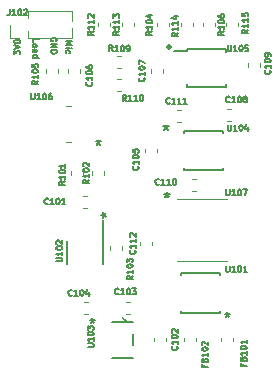
<source format=gbr>
%TF.GenerationSoftware,KiCad,Pcbnew,(5.1.6)-1*%
%TF.CreationDate,2021-06-11T10:25:49-05:00*%
%TF.ProjectId,Sapphire_AnalogMic,53617070-6869-4726-955f-416e616c6f67,rev?*%
%TF.SameCoordinates,Original*%
%TF.FileFunction,Legend,Top*%
%TF.FilePolarity,Positive*%
%FSLAX46Y46*%
G04 Gerber Fmt 4.6, Leading zero omitted, Abs format (unit mm)*
G04 Created by KiCad (PCBNEW (5.1.6)-1) date 2021-06-11 10:25:49*
%MOMM*%
%LPD*%
G01*
G04 APERTURE LIST*
%ADD10C,0.127000*%
%ADD11C,0.300000*%
%ADD12C,0.120000*%
%ADD13C,0.152400*%
%ADD14C,0.150000*%
G04 APERTURE END LIST*
D10*
X111784190Y-103099809D02*
X111784190Y-102857904D01*
X112292190Y-102857904D01*
X111784190Y-103341714D02*
X111808380Y-103293333D01*
X111832571Y-103269142D01*
X111880952Y-103244952D01*
X112026095Y-103244952D01*
X112074476Y-103269142D01*
X112098666Y-103293333D01*
X112122857Y-103341714D01*
X112122857Y-103414285D01*
X112098666Y-103462666D01*
X112074476Y-103486857D01*
X112026095Y-103511047D01*
X111880952Y-103511047D01*
X111832571Y-103486857D01*
X111808380Y-103462666D01*
X111784190Y-103414285D01*
X111784190Y-103341714D01*
X111784190Y-103946476D02*
X112050285Y-103946476D01*
X112098666Y-103922285D01*
X112122857Y-103873904D01*
X112122857Y-103777142D01*
X112098666Y-103728761D01*
X111808380Y-103946476D02*
X111784190Y-103898095D01*
X111784190Y-103777142D01*
X111808380Y-103728761D01*
X111856761Y-103704571D01*
X111905142Y-103704571D01*
X111953523Y-103728761D01*
X111977714Y-103777142D01*
X111977714Y-103898095D01*
X112001904Y-103946476D01*
X111784190Y-104406095D02*
X112292190Y-104406095D01*
X111808380Y-104406095D02*
X111784190Y-104357714D01*
X111784190Y-104260952D01*
X111808380Y-104212571D01*
X111832571Y-104188380D01*
X111880952Y-104164190D01*
X112026095Y-104164190D01*
X112074476Y-104188380D01*
X112098666Y-104212571D01*
X112122857Y-104260952D01*
X112122857Y-104357714D01*
X112098666Y-104406095D01*
X110211809Y-104133952D02*
X110211809Y-103819476D01*
X110405333Y-103988809D01*
X110405333Y-103916238D01*
X110429523Y-103867857D01*
X110453714Y-103843666D01*
X110502095Y-103819476D01*
X110623047Y-103819476D01*
X110671428Y-103843666D01*
X110695619Y-103867857D01*
X110719809Y-103916238D01*
X110719809Y-104061380D01*
X110695619Y-104109761D01*
X110671428Y-104133952D01*
X110211809Y-103674333D02*
X110719809Y-103505000D01*
X110211809Y-103335666D01*
X110211809Y-103069571D02*
X110211809Y-103021190D01*
X110236000Y-102972809D01*
X110260190Y-102948619D01*
X110308571Y-102924428D01*
X110405333Y-102900238D01*
X110526285Y-102900238D01*
X110623047Y-102924428D01*
X110671428Y-102948619D01*
X110695619Y-102972809D01*
X110719809Y-103021190D01*
X110719809Y-103069571D01*
X110695619Y-103117952D01*
X110671428Y-103142142D01*
X110623047Y-103166333D01*
X110526285Y-103190523D01*
X110405333Y-103190523D01*
X110308571Y-103166333D01*
X110260190Y-103142142D01*
X110236000Y-103117952D01*
X110211809Y-103069571D01*
X114578190Y-102997000D02*
X115086190Y-102997000D01*
X114723333Y-103166333D01*
X115086190Y-103335666D01*
X114578190Y-103335666D01*
X114578190Y-103577571D02*
X114916857Y-103577571D01*
X115086190Y-103577571D02*
X115062000Y-103553380D01*
X115037809Y-103577571D01*
X115062000Y-103601761D01*
X115086190Y-103577571D01*
X115037809Y-103577571D01*
X114602380Y-104037190D02*
X114578190Y-103988809D01*
X114578190Y-103892047D01*
X114602380Y-103843666D01*
X114626571Y-103819476D01*
X114674952Y-103795285D01*
X114820095Y-103795285D01*
X114868476Y-103819476D01*
X114892666Y-103843666D01*
X114916857Y-103892047D01*
X114916857Y-103988809D01*
X114892666Y-104037190D01*
X113792000Y-102990952D02*
X113816190Y-102942571D01*
X113816190Y-102870000D01*
X113792000Y-102797428D01*
X113743619Y-102749047D01*
X113695238Y-102724857D01*
X113598476Y-102700666D01*
X113525904Y-102700666D01*
X113429142Y-102724857D01*
X113380761Y-102749047D01*
X113332380Y-102797428D01*
X113308190Y-102870000D01*
X113308190Y-102918380D01*
X113332380Y-102990952D01*
X113356571Y-103015142D01*
X113525904Y-103015142D01*
X113525904Y-102918380D01*
X113308190Y-103232857D02*
X113816190Y-103232857D01*
X113308190Y-103523142D01*
X113816190Y-103523142D01*
X113308190Y-103765047D02*
X113816190Y-103765047D01*
X113816190Y-103886000D01*
X113792000Y-103958571D01*
X113743619Y-104006952D01*
X113695238Y-104031142D01*
X113598476Y-104055333D01*
X113525904Y-104055333D01*
X113429142Y-104031142D01*
X113380761Y-104006952D01*
X113332380Y-103958571D01*
X113308190Y-103886000D01*
X113308190Y-103765047D01*
D11*
X123317000Y-103405714D02*
X123388428Y-103477142D01*
X123317000Y-103548571D01*
X123245571Y-103477142D01*
X123317000Y-103405714D01*
X123317000Y-103548571D01*
D12*
%TO.C,J102*%
X115122000Y-102710000D02*
X115122000Y-101907530D01*
X115122000Y-101292470D02*
X115122000Y-100490000D01*
X111377000Y-102710000D02*
X115122000Y-102710000D01*
X111377000Y-100490000D02*
X115122000Y-100490000D01*
X111377000Y-102710000D02*
X111377000Y-102163471D01*
X111377000Y-101036529D02*
X111377000Y-100490000D01*
X110617000Y-102710000D02*
X109857000Y-102710000D01*
X109857000Y-102710000D02*
X109857000Y-101600000D01*
D13*
%TO.C,U101*%
X127660400Y-122656600D02*
X124307600Y-122656600D01*
X124307600Y-122656600D02*
X124307600Y-122821700D01*
X124307600Y-126009400D02*
X127660400Y-126009400D01*
X127660400Y-126009400D02*
X127660400Y-125844300D01*
X127660400Y-122821700D02*
X127660400Y-122656600D01*
X124307600Y-125844300D02*
X124307600Y-126009400D01*
D12*
%TO.C,C105*%
X121283000Y-112430779D02*
X121283000Y-112105221D01*
X122303000Y-112430779D02*
X122303000Y-112105221D01*
%TO.C,U107*%
X123990100Y-121627900D02*
X128231900Y-121627900D01*
X128231900Y-116370100D02*
X123990100Y-116370100D01*
%TO.C,C112*%
X120902000Y-120304779D02*
X120902000Y-119979221D01*
X121922000Y-120304779D02*
X121922000Y-119979221D01*
%TO.C,C110*%
X125313221Y-114679000D02*
X125638779Y-114679000D01*
X125313221Y-115699000D02*
X125638779Y-115699000D01*
%TO.C,U106*%
X114581684Y-111506000D02*
X115034316Y-111506000D01*
X115034316Y-108458000D02*
X114581684Y-108458000D01*
%TO.C,R106*%
X126236000Y-101437221D02*
X126236000Y-101762779D01*
X127256000Y-101437221D02*
X127256000Y-101762779D01*
%TO.C,R104*%
X122299000Y-101437221D02*
X122299000Y-101762779D01*
X123319000Y-101437221D02*
X123319000Y-101762779D01*
D14*
%TO.C,U105*%
X124867000Y-103658000D02*
X124867000Y-103833000D01*
X128117000Y-103658000D02*
X128117000Y-103933000D01*
X128117000Y-106908000D02*
X128117000Y-106633000D01*
X124867000Y-106908000D02*
X124867000Y-106633000D01*
X124867000Y-103658000D02*
X128117000Y-103658000D01*
X124867000Y-106908000D02*
X128117000Y-106908000D01*
X124867000Y-103833000D02*
X123792000Y-103833000D01*
D12*
%TO.C,C106*%
X115826000Y-105374221D02*
X115826000Y-105699779D01*
X114806000Y-105374221D02*
X114806000Y-105699779D01*
%TO.C,R115*%
X129161000Y-101437221D02*
X129161000Y-101762779D01*
X128141000Y-101437221D02*
X128141000Y-101762779D01*
%TO.C,R114*%
X125351000Y-101437221D02*
X125351000Y-101762779D01*
X124331000Y-101437221D02*
X124331000Y-101762779D01*
%TO.C,R113*%
X120398000Y-101437221D02*
X120398000Y-101762779D01*
X119378000Y-101437221D02*
X119378000Y-101762779D01*
%TO.C,R112*%
X117346000Y-101762779D02*
X117346000Y-101437221D01*
X118366000Y-101762779D02*
X118366000Y-101437221D01*
%TO.C,R110*%
X119288779Y-107190000D02*
X118963221Y-107190000D01*
X119288779Y-106170000D02*
X118963221Y-106170000D01*
%TO.C,R109*%
X119288779Y-105285000D02*
X118963221Y-105285000D01*
X119288779Y-104265000D02*
X118963221Y-104265000D01*
%TO.C,R105*%
X112901000Y-105699779D02*
X112901000Y-105374221D01*
X113921000Y-105699779D02*
X113921000Y-105374221D01*
%TO.C,R103*%
X118362000Y-120685779D02*
X118362000Y-120360221D01*
X119382000Y-120685779D02*
X119382000Y-120360221D01*
%TO.C,R102*%
X116838000Y-114335779D02*
X116838000Y-114010221D01*
X117858000Y-114335779D02*
X117858000Y-114010221D01*
%TO.C,R101*%
X115060000Y-114335779D02*
X115060000Y-114010221D01*
X116080000Y-114335779D02*
X116080000Y-114010221D01*
%TO.C,FB102*%
X125605000Y-128107221D02*
X125605000Y-128432779D01*
X124585000Y-128107221D02*
X124585000Y-128432779D01*
%TO.C,FB101*%
X128780000Y-128107221D02*
X128780000Y-128432779D01*
X127760000Y-128107221D02*
X127760000Y-128432779D01*
%TO.C,C111*%
X124043221Y-108837000D02*
X124368779Y-108837000D01*
X124043221Y-109857000D02*
X124368779Y-109857000D01*
%TO.C,C109*%
X130046000Y-105191779D02*
X130046000Y-104866221D01*
X131066000Y-105191779D02*
X131066000Y-104866221D01*
%TO.C,C108*%
X128559779Y-109730000D02*
X128234221Y-109730000D01*
X128559779Y-108710000D02*
X128234221Y-108710000D01*
%TO.C,C107*%
X122811000Y-105374221D02*
X122811000Y-105699779D01*
X121791000Y-105374221D02*
X121791000Y-105699779D01*
%TO.C,C104*%
X116169221Y-125093000D02*
X116494779Y-125093000D01*
X116169221Y-126113000D02*
X116494779Y-126113000D01*
%TO.C,C103*%
X119725221Y-125093000D02*
X120050779Y-125093000D01*
X119725221Y-126113000D02*
X120050779Y-126113000D01*
%TO.C,C102*%
X122045000Y-128432779D02*
X122045000Y-128107221D01*
X123065000Y-128432779D02*
X123065000Y-128107221D01*
%TO.C,C101*%
X116042221Y-116076000D02*
X116367779Y-116076000D01*
X116042221Y-117096000D02*
X116367779Y-117096000D01*
D13*
%TO.C,U104*%
X124561600Y-113944400D02*
X127914400Y-113944400D01*
X127914400Y-113944400D02*
X127914400Y-113779300D01*
X127914400Y-110591600D02*
X124561600Y-110591600D01*
X124561600Y-110591600D02*
X124561600Y-110756700D01*
X124561600Y-113779300D02*
X124561600Y-113944400D01*
X127914400Y-110756700D02*
X127914400Y-110591600D01*
%TO.C,U103*%
X118503700Y-126746000D02*
X120256300Y-126746000D01*
X120256300Y-128734861D02*
X120256300Y-127805139D01*
X118503700Y-129794000D02*
X120256300Y-129794000D01*
X119671502Y-126656950D02*
G75*
G03*
X119380000Y-126441200I-291502J-89050D01*
G01*
%TO.C,U102*%
X114655003Y-119954002D02*
X114655003Y-121854001D01*
X117754999Y-118154000D02*
X117755002Y-121854001D01*
%TO.C,J102*%
D10*
X109836857Y-100305809D02*
X109836857Y-100668666D01*
X109812666Y-100741238D01*
X109764285Y-100789619D01*
X109691714Y-100813809D01*
X109643333Y-100813809D01*
X110344857Y-100813809D02*
X110054571Y-100813809D01*
X110199714Y-100813809D02*
X110199714Y-100305809D01*
X110151333Y-100378380D01*
X110102952Y-100426761D01*
X110054571Y-100450952D01*
X110659333Y-100305809D02*
X110707714Y-100305809D01*
X110756095Y-100330000D01*
X110780285Y-100354190D01*
X110804476Y-100402571D01*
X110828666Y-100499333D01*
X110828666Y-100620285D01*
X110804476Y-100717047D01*
X110780285Y-100765428D01*
X110756095Y-100789619D01*
X110707714Y-100813809D01*
X110659333Y-100813809D01*
X110610952Y-100789619D01*
X110586761Y-100765428D01*
X110562571Y-100717047D01*
X110538380Y-100620285D01*
X110538380Y-100499333D01*
X110562571Y-100402571D01*
X110586761Y-100354190D01*
X110610952Y-100330000D01*
X110659333Y-100305809D01*
X111022190Y-100354190D02*
X111046380Y-100330000D01*
X111094761Y-100305809D01*
X111215714Y-100305809D01*
X111264095Y-100330000D01*
X111288285Y-100354190D01*
X111312476Y-100402571D01*
X111312476Y-100450952D01*
X111288285Y-100523523D01*
X110998000Y-100813809D01*
X111312476Y-100813809D01*
%TO.C,U101*%
X128161142Y-122022809D02*
X128161142Y-122434047D01*
X128185333Y-122482428D01*
X128209523Y-122506619D01*
X128257904Y-122530809D01*
X128354666Y-122530809D01*
X128403047Y-122506619D01*
X128427238Y-122482428D01*
X128451428Y-122434047D01*
X128451428Y-122022809D01*
X128959428Y-122530809D02*
X128669142Y-122530809D01*
X128814285Y-122530809D02*
X128814285Y-122022809D01*
X128765904Y-122095380D01*
X128717523Y-122143761D01*
X128669142Y-122167952D01*
X129273904Y-122022809D02*
X129322285Y-122022809D01*
X129370666Y-122047000D01*
X129394857Y-122071190D01*
X129419047Y-122119571D01*
X129443238Y-122216333D01*
X129443238Y-122337285D01*
X129419047Y-122434047D01*
X129394857Y-122482428D01*
X129370666Y-122506619D01*
X129322285Y-122530809D01*
X129273904Y-122530809D01*
X129225523Y-122506619D01*
X129201333Y-122482428D01*
X129177142Y-122434047D01*
X129152952Y-122337285D01*
X129152952Y-122216333D01*
X129177142Y-122119571D01*
X129201333Y-122071190D01*
X129225523Y-122047000D01*
X129273904Y-122022809D01*
X129927047Y-122530809D02*
X129636761Y-122530809D01*
X129781904Y-122530809D02*
X129781904Y-122022809D01*
X129733523Y-122095380D01*
X129685142Y-122143761D01*
X129636761Y-122167952D01*
D14*
X128270000Y-125944380D02*
X128270000Y-126182476D01*
X128031904Y-126087238D02*
X128270000Y-126182476D01*
X128508095Y-126087238D01*
X128127142Y-126372952D02*
X128270000Y-126182476D01*
X128412857Y-126372952D01*
X128270000Y-125944380D02*
X128270000Y-126182476D01*
X128031904Y-126087238D02*
X128270000Y-126182476D01*
X128508095Y-126087238D01*
X128127142Y-126372952D02*
X128270000Y-126182476D01*
X128412857Y-126372952D01*
%TO.C,C105*%
D10*
X120704428Y-113598476D02*
X120728619Y-113622666D01*
X120752809Y-113695238D01*
X120752809Y-113743619D01*
X120728619Y-113816190D01*
X120680238Y-113864571D01*
X120631857Y-113888761D01*
X120535095Y-113912952D01*
X120462523Y-113912952D01*
X120365761Y-113888761D01*
X120317380Y-113864571D01*
X120269000Y-113816190D01*
X120244809Y-113743619D01*
X120244809Y-113695238D01*
X120269000Y-113622666D01*
X120293190Y-113598476D01*
X120752809Y-113114666D02*
X120752809Y-113404952D01*
X120752809Y-113259809D02*
X120244809Y-113259809D01*
X120317380Y-113308190D01*
X120365761Y-113356571D01*
X120389952Y-113404952D01*
X120244809Y-112800190D02*
X120244809Y-112751809D01*
X120269000Y-112703428D01*
X120293190Y-112679238D01*
X120341571Y-112655047D01*
X120438333Y-112630857D01*
X120559285Y-112630857D01*
X120656047Y-112655047D01*
X120704428Y-112679238D01*
X120728619Y-112703428D01*
X120752809Y-112751809D01*
X120752809Y-112800190D01*
X120728619Y-112848571D01*
X120704428Y-112872761D01*
X120656047Y-112896952D01*
X120559285Y-112921142D01*
X120438333Y-112921142D01*
X120341571Y-112896952D01*
X120293190Y-112872761D01*
X120269000Y-112848571D01*
X120244809Y-112800190D01*
X120244809Y-112171238D02*
X120244809Y-112413142D01*
X120486714Y-112437333D01*
X120462523Y-112413142D01*
X120438333Y-112364761D01*
X120438333Y-112243809D01*
X120462523Y-112195428D01*
X120486714Y-112171238D01*
X120535095Y-112147047D01*
X120656047Y-112147047D01*
X120704428Y-112171238D01*
X120728619Y-112195428D01*
X120752809Y-112243809D01*
X120752809Y-112364761D01*
X120728619Y-112413142D01*
X120704428Y-112437333D01*
%TO.C,U107*%
X128161142Y-115545809D02*
X128161142Y-115957047D01*
X128185333Y-116005428D01*
X128209523Y-116029619D01*
X128257904Y-116053809D01*
X128354666Y-116053809D01*
X128403047Y-116029619D01*
X128427238Y-116005428D01*
X128451428Y-115957047D01*
X128451428Y-115545809D01*
X128959428Y-116053809D02*
X128669142Y-116053809D01*
X128814285Y-116053809D02*
X128814285Y-115545809D01*
X128765904Y-115618380D01*
X128717523Y-115666761D01*
X128669142Y-115690952D01*
X129273904Y-115545809D02*
X129322285Y-115545809D01*
X129370666Y-115570000D01*
X129394857Y-115594190D01*
X129419047Y-115642571D01*
X129443238Y-115739333D01*
X129443238Y-115860285D01*
X129419047Y-115957047D01*
X129394857Y-116005428D01*
X129370666Y-116029619D01*
X129322285Y-116053809D01*
X129273904Y-116053809D01*
X129225523Y-116029619D01*
X129201333Y-116005428D01*
X129177142Y-115957047D01*
X129152952Y-115860285D01*
X129152952Y-115739333D01*
X129177142Y-115642571D01*
X129201333Y-115594190D01*
X129225523Y-115570000D01*
X129273904Y-115545809D01*
X129612571Y-115545809D02*
X129951238Y-115545809D01*
X129733523Y-116053809D01*
D14*
X123132850Y-115784380D02*
X123132850Y-116022476D01*
X122894754Y-115927238D02*
X123132850Y-116022476D01*
X123370945Y-115927238D01*
X122989992Y-116212952D02*
X123132850Y-116022476D01*
X123275707Y-116212952D01*
X123190000Y-115784380D02*
X123190000Y-116022476D01*
X122951904Y-115927238D02*
X123190000Y-116022476D01*
X123428095Y-115927238D01*
X123047142Y-116212952D02*
X123190000Y-116022476D01*
X123332857Y-116212952D01*
%TO.C,C112*%
D10*
X120450428Y-120710476D02*
X120474619Y-120734666D01*
X120498809Y-120807238D01*
X120498809Y-120855619D01*
X120474619Y-120928190D01*
X120426238Y-120976571D01*
X120377857Y-121000761D01*
X120281095Y-121024952D01*
X120208523Y-121024952D01*
X120111761Y-121000761D01*
X120063380Y-120976571D01*
X120015000Y-120928190D01*
X119990809Y-120855619D01*
X119990809Y-120807238D01*
X120015000Y-120734666D01*
X120039190Y-120710476D01*
X120498809Y-120226666D02*
X120498809Y-120516952D01*
X120498809Y-120371809D02*
X119990809Y-120371809D01*
X120063380Y-120420190D01*
X120111761Y-120468571D01*
X120135952Y-120516952D01*
X120498809Y-119742857D02*
X120498809Y-120033142D01*
X120498809Y-119888000D02*
X119990809Y-119888000D01*
X120063380Y-119936380D01*
X120111761Y-119984761D01*
X120135952Y-120033142D01*
X120039190Y-119549333D02*
X120015000Y-119525142D01*
X119990809Y-119476761D01*
X119990809Y-119355809D01*
X120015000Y-119307428D01*
X120039190Y-119283238D01*
X120087571Y-119259047D01*
X120135952Y-119259047D01*
X120208523Y-119283238D01*
X120498809Y-119573523D01*
X120498809Y-119259047D01*
%TO.C,C110*%
X122494523Y-115116428D02*
X122470333Y-115140619D01*
X122397761Y-115164809D01*
X122349380Y-115164809D01*
X122276809Y-115140619D01*
X122228428Y-115092238D01*
X122204238Y-115043857D01*
X122180047Y-114947095D01*
X122180047Y-114874523D01*
X122204238Y-114777761D01*
X122228428Y-114729380D01*
X122276809Y-114681000D01*
X122349380Y-114656809D01*
X122397761Y-114656809D01*
X122470333Y-114681000D01*
X122494523Y-114705190D01*
X122978333Y-115164809D02*
X122688047Y-115164809D01*
X122833190Y-115164809D02*
X122833190Y-114656809D01*
X122784809Y-114729380D01*
X122736428Y-114777761D01*
X122688047Y-114801952D01*
X123462142Y-115164809D02*
X123171857Y-115164809D01*
X123317000Y-115164809D02*
X123317000Y-114656809D01*
X123268619Y-114729380D01*
X123220238Y-114777761D01*
X123171857Y-114801952D01*
X123776619Y-114656809D02*
X123825000Y-114656809D01*
X123873380Y-114681000D01*
X123897571Y-114705190D01*
X123921761Y-114753571D01*
X123945952Y-114850333D01*
X123945952Y-114971285D01*
X123921761Y-115068047D01*
X123897571Y-115116428D01*
X123873380Y-115140619D01*
X123825000Y-115164809D01*
X123776619Y-115164809D01*
X123728238Y-115140619D01*
X123704047Y-115116428D01*
X123679857Y-115068047D01*
X123655666Y-114971285D01*
X123655666Y-114850333D01*
X123679857Y-114753571D01*
X123704047Y-114705190D01*
X123728238Y-114681000D01*
X123776619Y-114656809D01*
%TO.C,U106*%
X111651142Y-107417809D02*
X111651142Y-107829047D01*
X111675333Y-107877428D01*
X111699523Y-107901619D01*
X111747904Y-107925809D01*
X111844666Y-107925809D01*
X111893047Y-107901619D01*
X111917238Y-107877428D01*
X111941428Y-107829047D01*
X111941428Y-107417809D01*
X112449428Y-107925809D02*
X112159142Y-107925809D01*
X112304285Y-107925809D02*
X112304285Y-107417809D01*
X112255904Y-107490380D01*
X112207523Y-107538761D01*
X112159142Y-107562952D01*
X112763904Y-107417809D02*
X112812285Y-107417809D01*
X112860666Y-107442000D01*
X112884857Y-107466190D01*
X112909047Y-107514571D01*
X112933238Y-107611333D01*
X112933238Y-107732285D01*
X112909047Y-107829047D01*
X112884857Y-107877428D01*
X112860666Y-107901619D01*
X112812285Y-107925809D01*
X112763904Y-107925809D01*
X112715523Y-107901619D01*
X112691333Y-107877428D01*
X112667142Y-107829047D01*
X112642952Y-107732285D01*
X112642952Y-107611333D01*
X112667142Y-107514571D01*
X112691333Y-107466190D01*
X112715523Y-107442000D01*
X112763904Y-107417809D01*
X113368666Y-107417809D02*
X113271904Y-107417809D01*
X113223523Y-107442000D01*
X113199333Y-107466190D01*
X113150952Y-107538761D01*
X113126761Y-107635523D01*
X113126761Y-107829047D01*
X113150952Y-107877428D01*
X113175142Y-107901619D01*
X113223523Y-107925809D01*
X113320285Y-107925809D01*
X113368666Y-107901619D01*
X113392857Y-107877428D01*
X113417047Y-107829047D01*
X113417047Y-107708095D01*
X113392857Y-107659714D01*
X113368666Y-107635523D01*
X113320285Y-107611333D01*
X113223523Y-107611333D01*
X113175142Y-107635523D01*
X113150952Y-107659714D01*
X113126761Y-107708095D01*
D14*
X117348000Y-111339380D02*
X117348000Y-111577476D01*
X117109904Y-111482238D02*
X117348000Y-111577476D01*
X117586095Y-111482238D01*
X117205142Y-111767952D02*
X117348000Y-111577476D01*
X117490857Y-111767952D01*
X117348000Y-111339380D02*
X117348000Y-111577476D01*
X117109904Y-111482238D02*
X117348000Y-111577476D01*
X117586095Y-111482238D01*
X117205142Y-111767952D02*
X117348000Y-111577476D01*
X117490857Y-111767952D01*
%TO.C,R106*%
D10*
X127991809Y-102168476D02*
X127749904Y-102337809D01*
X127991809Y-102458761D02*
X127483809Y-102458761D01*
X127483809Y-102265238D01*
X127508000Y-102216857D01*
X127532190Y-102192666D01*
X127580571Y-102168476D01*
X127653142Y-102168476D01*
X127701523Y-102192666D01*
X127725714Y-102216857D01*
X127749904Y-102265238D01*
X127749904Y-102458761D01*
X127991809Y-101684666D02*
X127991809Y-101974952D01*
X127991809Y-101829809D02*
X127483809Y-101829809D01*
X127556380Y-101878190D01*
X127604761Y-101926571D01*
X127628952Y-101974952D01*
X127483809Y-101370190D02*
X127483809Y-101321809D01*
X127508000Y-101273428D01*
X127532190Y-101249238D01*
X127580571Y-101225047D01*
X127677333Y-101200857D01*
X127798285Y-101200857D01*
X127895047Y-101225047D01*
X127943428Y-101249238D01*
X127967619Y-101273428D01*
X127991809Y-101321809D01*
X127991809Y-101370190D01*
X127967619Y-101418571D01*
X127943428Y-101442761D01*
X127895047Y-101466952D01*
X127798285Y-101491142D01*
X127677333Y-101491142D01*
X127580571Y-101466952D01*
X127532190Y-101442761D01*
X127508000Y-101418571D01*
X127483809Y-101370190D01*
X127483809Y-100765428D02*
X127483809Y-100862190D01*
X127508000Y-100910571D01*
X127532190Y-100934761D01*
X127604761Y-100983142D01*
X127701523Y-101007333D01*
X127895047Y-101007333D01*
X127943428Y-100983142D01*
X127967619Y-100958952D01*
X127991809Y-100910571D01*
X127991809Y-100813809D01*
X127967619Y-100765428D01*
X127943428Y-100741238D01*
X127895047Y-100717047D01*
X127774095Y-100717047D01*
X127725714Y-100741238D01*
X127701523Y-100765428D01*
X127677333Y-100813809D01*
X127677333Y-100910571D01*
X127701523Y-100958952D01*
X127725714Y-100983142D01*
X127774095Y-101007333D01*
%TO.C,R104*%
X121895809Y-102168476D02*
X121653904Y-102337809D01*
X121895809Y-102458761D02*
X121387809Y-102458761D01*
X121387809Y-102265238D01*
X121412000Y-102216857D01*
X121436190Y-102192666D01*
X121484571Y-102168476D01*
X121557142Y-102168476D01*
X121605523Y-102192666D01*
X121629714Y-102216857D01*
X121653904Y-102265238D01*
X121653904Y-102458761D01*
X121895809Y-101684666D02*
X121895809Y-101974952D01*
X121895809Y-101829809D02*
X121387809Y-101829809D01*
X121460380Y-101878190D01*
X121508761Y-101926571D01*
X121532952Y-101974952D01*
X121387809Y-101370190D02*
X121387809Y-101321809D01*
X121412000Y-101273428D01*
X121436190Y-101249238D01*
X121484571Y-101225047D01*
X121581333Y-101200857D01*
X121702285Y-101200857D01*
X121799047Y-101225047D01*
X121847428Y-101249238D01*
X121871619Y-101273428D01*
X121895809Y-101321809D01*
X121895809Y-101370190D01*
X121871619Y-101418571D01*
X121847428Y-101442761D01*
X121799047Y-101466952D01*
X121702285Y-101491142D01*
X121581333Y-101491142D01*
X121484571Y-101466952D01*
X121436190Y-101442761D01*
X121412000Y-101418571D01*
X121387809Y-101370190D01*
X121557142Y-100765428D02*
X121895809Y-100765428D01*
X121363619Y-100886380D02*
X121726476Y-101007333D01*
X121726476Y-100692857D01*
%TO.C,U105*%
X128288142Y-103353809D02*
X128288142Y-103765047D01*
X128312333Y-103813428D01*
X128336523Y-103837619D01*
X128384904Y-103861809D01*
X128481666Y-103861809D01*
X128530047Y-103837619D01*
X128554238Y-103813428D01*
X128578428Y-103765047D01*
X128578428Y-103353809D01*
X129086428Y-103861809D02*
X128796142Y-103861809D01*
X128941285Y-103861809D02*
X128941285Y-103353809D01*
X128892904Y-103426380D01*
X128844523Y-103474761D01*
X128796142Y-103498952D01*
X129400904Y-103353809D02*
X129449285Y-103353809D01*
X129497666Y-103378000D01*
X129521857Y-103402190D01*
X129546047Y-103450571D01*
X129570238Y-103547333D01*
X129570238Y-103668285D01*
X129546047Y-103765047D01*
X129521857Y-103813428D01*
X129497666Y-103837619D01*
X129449285Y-103861809D01*
X129400904Y-103861809D01*
X129352523Y-103837619D01*
X129328333Y-103813428D01*
X129304142Y-103765047D01*
X129279952Y-103668285D01*
X129279952Y-103547333D01*
X129304142Y-103450571D01*
X129328333Y-103402190D01*
X129352523Y-103378000D01*
X129400904Y-103353809D01*
X130029857Y-103353809D02*
X129787952Y-103353809D01*
X129763761Y-103595714D01*
X129787952Y-103571523D01*
X129836333Y-103547333D01*
X129957285Y-103547333D01*
X130005666Y-103571523D01*
X130029857Y-103595714D01*
X130054047Y-103644095D01*
X130054047Y-103765047D01*
X130029857Y-103813428D01*
X130005666Y-103837619D01*
X129957285Y-103861809D01*
X129836333Y-103861809D01*
X129787952Y-103837619D01*
X129763761Y-103813428D01*
%TO.C,C106*%
X116767428Y-106486476D02*
X116791619Y-106510666D01*
X116815809Y-106583238D01*
X116815809Y-106631619D01*
X116791619Y-106704190D01*
X116743238Y-106752571D01*
X116694857Y-106776761D01*
X116598095Y-106800952D01*
X116525523Y-106800952D01*
X116428761Y-106776761D01*
X116380380Y-106752571D01*
X116332000Y-106704190D01*
X116307809Y-106631619D01*
X116307809Y-106583238D01*
X116332000Y-106510666D01*
X116356190Y-106486476D01*
X116815809Y-106002666D02*
X116815809Y-106292952D01*
X116815809Y-106147809D02*
X116307809Y-106147809D01*
X116380380Y-106196190D01*
X116428761Y-106244571D01*
X116452952Y-106292952D01*
X116307809Y-105688190D02*
X116307809Y-105639809D01*
X116332000Y-105591428D01*
X116356190Y-105567238D01*
X116404571Y-105543047D01*
X116501333Y-105518857D01*
X116622285Y-105518857D01*
X116719047Y-105543047D01*
X116767428Y-105567238D01*
X116791619Y-105591428D01*
X116815809Y-105639809D01*
X116815809Y-105688190D01*
X116791619Y-105736571D01*
X116767428Y-105760761D01*
X116719047Y-105784952D01*
X116622285Y-105809142D01*
X116501333Y-105809142D01*
X116404571Y-105784952D01*
X116356190Y-105760761D01*
X116332000Y-105736571D01*
X116307809Y-105688190D01*
X116307809Y-105083428D02*
X116307809Y-105180190D01*
X116332000Y-105228571D01*
X116356190Y-105252761D01*
X116428761Y-105301142D01*
X116525523Y-105325333D01*
X116719047Y-105325333D01*
X116767428Y-105301142D01*
X116791619Y-105276952D01*
X116815809Y-105228571D01*
X116815809Y-105131809D01*
X116791619Y-105083428D01*
X116767428Y-105059238D01*
X116719047Y-105035047D01*
X116598095Y-105035047D01*
X116549714Y-105059238D01*
X116525523Y-105083428D01*
X116501333Y-105131809D01*
X116501333Y-105228571D01*
X116525523Y-105276952D01*
X116549714Y-105301142D01*
X116598095Y-105325333D01*
%TO.C,R115*%
X130023809Y-102041476D02*
X129781904Y-102210809D01*
X130023809Y-102331761D02*
X129515809Y-102331761D01*
X129515809Y-102138238D01*
X129540000Y-102089857D01*
X129564190Y-102065666D01*
X129612571Y-102041476D01*
X129685142Y-102041476D01*
X129733523Y-102065666D01*
X129757714Y-102089857D01*
X129781904Y-102138238D01*
X129781904Y-102331761D01*
X130023809Y-101557666D02*
X130023809Y-101847952D01*
X130023809Y-101702809D02*
X129515809Y-101702809D01*
X129588380Y-101751190D01*
X129636761Y-101799571D01*
X129660952Y-101847952D01*
X130023809Y-101073857D02*
X130023809Y-101364142D01*
X130023809Y-101219000D02*
X129515809Y-101219000D01*
X129588380Y-101267380D01*
X129636761Y-101315761D01*
X129660952Y-101364142D01*
X129515809Y-100614238D02*
X129515809Y-100856142D01*
X129757714Y-100880333D01*
X129733523Y-100856142D01*
X129709333Y-100807761D01*
X129709333Y-100686809D01*
X129733523Y-100638428D01*
X129757714Y-100614238D01*
X129806095Y-100590047D01*
X129927047Y-100590047D01*
X129975428Y-100614238D01*
X129999619Y-100638428D01*
X130023809Y-100686809D01*
X130023809Y-100807761D01*
X129999619Y-100856142D01*
X129975428Y-100880333D01*
%TO.C,R114*%
X124054809Y-102295476D02*
X123812904Y-102464809D01*
X124054809Y-102585761D02*
X123546809Y-102585761D01*
X123546809Y-102392238D01*
X123571000Y-102343857D01*
X123595190Y-102319666D01*
X123643571Y-102295476D01*
X123716142Y-102295476D01*
X123764523Y-102319666D01*
X123788714Y-102343857D01*
X123812904Y-102392238D01*
X123812904Y-102585761D01*
X124054809Y-101811666D02*
X124054809Y-102101952D01*
X124054809Y-101956809D02*
X123546809Y-101956809D01*
X123619380Y-102005190D01*
X123667761Y-102053571D01*
X123691952Y-102101952D01*
X124054809Y-101327857D02*
X124054809Y-101618142D01*
X124054809Y-101473000D02*
X123546809Y-101473000D01*
X123619380Y-101521380D01*
X123667761Y-101569761D01*
X123691952Y-101618142D01*
X123716142Y-100892428D02*
X124054809Y-100892428D01*
X123522619Y-101013380D02*
X123885476Y-101134333D01*
X123885476Y-100819857D01*
%TO.C,R113*%
X119101809Y-102168476D02*
X118859904Y-102337809D01*
X119101809Y-102458761D02*
X118593809Y-102458761D01*
X118593809Y-102265238D01*
X118618000Y-102216857D01*
X118642190Y-102192666D01*
X118690571Y-102168476D01*
X118763142Y-102168476D01*
X118811523Y-102192666D01*
X118835714Y-102216857D01*
X118859904Y-102265238D01*
X118859904Y-102458761D01*
X119101809Y-101684666D02*
X119101809Y-101974952D01*
X119101809Y-101829809D02*
X118593809Y-101829809D01*
X118666380Y-101878190D01*
X118714761Y-101926571D01*
X118738952Y-101974952D01*
X119101809Y-101200857D02*
X119101809Y-101491142D01*
X119101809Y-101346000D02*
X118593809Y-101346000D01*
X118666380Y-101394380D01*
X118714761Y-101442761D01*
X118738952Y-101491142D01*
X118593809Y-101031523D02*
X118593809Y-100717047D01*
X118787333Y-100886380D01*
X118787333Y-100813809D01*
X118811523Y-100765428D01*
X118835714Y-100741238D01*
X118884095Y-100717047D01*
X119005047Y-100717047D01*
X119053428Y-100741238D01*
X119077619Y-100765428D01*
X119101809Y-100813809D01*
X119101809Y-100958952D01*
X119077619Y-101007333D01*
X119053428Y-101031523D01*
%TO.C,R112*%
X116942809Y-102168476D02*
X116700904Y-102337809D01*
X116942809Y-102458761D02*
X116434809Y-102458761D01*
X116434809Y-102265238D01*
X116459000Y-102216857D01*
X116483190Y-102192666D01*
X116531571Y-102168476D01*
X116604142Y-102168476D01*
X116652523Y-102192666D01*
X116676714Y-102216857D01*
X116700904Y-102265238D01*
X116700904Y-102458761D01*
X116942809Y-101684666D02*
X116942809Y-101974952D01*
X116942809Y-101829809D02*
X116434809Y-101829809D01*
X116507380Y-101878190D01*
X116555761Y-101926571D01*
X116579952Y-101974952D01*
X116942809Y-101200857D02*
X116942809Y-101491142D01*
X116942809Y-101346000D02*
X116434809Y-101346000D01*
X116507380Y-101394380D01*
X116555761Y-101442761D01*
X116579952Y-101491142D01*
X116483190Y-101007333D02*
X116459000Y-100983142D01*
X116434809Y-100934761D01*
X116434809Y-100813809D01*
X116459000Y-100765428D01*
X116483190Y-100741238D01*
X116531571Y-100717047D01*
X116579952Y-100717047D01*
X116652523Y-100741238D01*
X116942809Y-101031523D01*
X116942809Y-100717047D01*
%TO.C,R110*%
X119700523Y-108052809D02*
X119531190Y-107810904D01*
X119410238Y-108052809D02*
X119410238Y-107544809D01*
X119603761Y-107544809D01*
X119652142Y-107569000D01*
X119676333Y-107593190D01*
X119700523Y-107641571D01*
X119700523Y-107714142D01*
X119676333Y-107762523D01*
X119652142Y-107786714D01*
X119603761Y-107810904D01*
X119410238Y-107810904D01*
X120184333Y-108052809D02*
X119894047Y-108052809D01*
X120039190Y-108052809D02*
X120039190Y-107544809D01*
X119990809Y-107617380D01*
X119942428Y-107665761D01*
X119894047Y-107689952D01*
X120668142Y-108052809D02*
X120377857Y-108052809D01*
X120523000Y-108052809D02*
X120523000Y-107544809D01*
X120474619Y-107617380D01*
X120426238Y-107665761D01*
X120377857Y-107689952D01*
X120982619Y-107544809D02*
X121031000Y-107544809D01*
X121079380Y-107569000D01*
X121103571Y-107593190D01*
X121127761Y-107641571D01*
X121151952Y-107738333D01*
X121151952Y-107859285D01*
X121127761Y-107956047D01*
X121103571Y-108004428D01*
X121079380Y-108028619D01*
X121031000Y-108052809D01*
X120982619Y-108052809D01*
X120934238Y-108028619D01*
X120910047Y-108004428D01*
X120885857Y-107956047D01*
X120861666Y-107859285D01*
X120861666Y-107738333D01*
X120885857Y-107641571D01*
X120910047Y-107593190D01*
X120934238Y-107569000D01*
X120982619Y-107544809D01*
%TO.C,R109*%
X118557523Y-103861809D02*
X118388190Y-103619904D01*
X118267238Y-103861809D02*
X118267238Y-103353809D01*
X118460761Y-103353809D01*
X118509142Y-103378000D01*
X118533333Y-103402190D01*
X118557523Y-103450571D01*
X118557523Y-103523142D01*
X118533333Y-103571523D01*
X118509142Y-103595714D01*
X118460761Y-103619904D01*
X118267238Y-103619904D01*
X119041333Y-103861809D02*
X118751047Y-103861809D01*
X118896190Y-103861809D02*
X118896190Y-103353809D01*
X118847809Y-103426380D01*
X118799428Y-103474761D01*
X118751047Y-103498952D01*
X119355809Y-103353809D02*
X119404190Y-103353809D01*
X119452571Y-103378000D01*
X119476761Y-103402190D01*
X119500952Y-103450571D01*
X119525142Y-103547333D01*
X119525142Y-103668285D01*
X119500952Y-103765047D01*
X119476761Y-103813428D01*
X119452571Y-103837619D01*
X119404190Y-103861809D01*
X119355809Y-103861809D01*
X119307428Y-103837619D01*
X119283238Y-103813428D01*
X119259047Y-103765047D01*
X119234857Y-103668285D01*
X119234857Y-103547333D01*
X119259047Y-103450571D01*
X119283238Y-103402190D01*
X119307428Y-103378000D01*
X119355809Y-103353809D01*
X119767047Y-103861809D02*
X119863809Y-103861809D01*
X119912190Y-103837619D01*
X119936380Y-103813428D01*
X119984761Y-103740857D01*
X120008952Y-103644095D01*
X120008952Y-103450571D01*
X119984761Y-103402190D01*
X119960571Y-103378000D01*
X119912190Y-103353809D01*
X119815428Y-103353809D01*
X119767047Y-103378000D01*
X119742857Y-103402190D01*
X119718666Y-103450571D01*
X119718666Y-103571523D01*
X119742857Y-103619904D01*
X119767047Y-103644095D01*
X119815428Y-103668285D01*
X119912190Y-103668285D01*
X119960571Y-103644095D01*
X119984761Y-103619904D01*
X120008952Y-103571523D01*
%TO.C,R105*%
X112243809Y-106359476D02*
X112001904Y-106528809D01*
X112243809Y-106649761D02*
X111735809Y-106649761D01*
X111735809Y-106456238D01*
X111760000Y-106407857D01*
X111784190Y-106383666D01*
X111832571Y-106359476D01*
X111905142Y-106359476D01*
X111953523Y-106383666D01*
X111977714Y-106407857D01*
X112001904Y-106456238D01*
X112001904Y-106649761D01*
X112243809Y-105875666D02*
X112243809Y-106165952D01*
X112243809Y-106020809D02*
X111735809Y-106020809D01*
X111808380Y-106069190D01*
X111856761Y-106117571D01*
X111880952Y-106165952D01*
X111735809Y-105561190D02*
X111735809Y-105512809D01*
X111760000Y-105464428D01*
X111784190Y-105440238D01*
X111832571Y-105416047D01*
X111929333Y-105391857D01*
X112050285Y-105391857D01*
X112147047Y-105416047D01*
X112195428Y-105440238D01*
X112219619Y-105464428D01*
X112243809Y-105512809D01*
X112243809Y-105561190D01*
X112219619Y-105609571D01*
X112195428Y-105633761D01*
X112147047Y-105657952D01*
X112050285Y-105682142D01*
X111929333Y-105682142D01*
X111832571Y-105657952D01*
X111784190Y-105633761D01*
X111760000Y-105609571D01*
X111735809Y-105561190D01*
X111735809Y-104932238D02*
X111735809Y-105174142D01*
X111977714Y-105198333D01*
X111953523Y-105174142D01*
X111929333Y-105125761D01*
X111929333Y-105004809D01*
X111953523Y-104956428D01*
X111977714Y-104932238D01*
X112026095Y-104908047D01*
X112147047Y-104908047D01*
X112195428Y-104932238D01*
X112219619Y-104956428D01*
X112243809Y-105004809D01*
X112243809Y-105125761D01*
X112219619Y-105174142D01*
X112195428Y-105198333D01*
%TO.C,R103*%
X120244809Y-122869476D02*
X120002904Y-123038809D01*
X120244809Y-123159761D02*
X119736809Y-123159761D01*
X119736809Y-122966238D01*
X119761000Y-122917857D01*
X119785190Y-122893666D01*
X119833571Y-122869476D01*
X119906142Y-122869476D01*
X119954523Y-122893666D01*
X119978714Y-122917857D01*
X120002904Y-122966238D01*
X120002904Y-123159761D01*
X120244809Y-122385666D02*
X120244809Y-122675952D01*
X120244809Y-122530809D02*
X119736809Y-122530809D01*
X119809380Y-122579190D01*
X119857761Y-122627571D01*
X119881952Y-122675952D01*
X119736809Y-122071190D02*
X119736809Y-122022809D01*
X119761000Y-121974428D01*
X119785190Y-121950238D01*
X119833571Y-121926047D01*
X119930333Y-121901857D01*
X120051285Y-121901857D01*
X120148047Y-121926047D01*
X120196428Y-121950238D01*
X120220619Y-121974428D01*
X120244809Y-122022809D01*
X120244809Y-122071190D01*
X120220619Y-122119571D01*
X120196428Y-122143761D01*
X120148047Y-122167952D01*
X120051285Y-122192142D01*
X119930333Y-122192142D01*
X119833571Y-122167952D01*
X119785190Y-122143761D01*
X119761000Y-122119571D01*
X119736809Y-122071190D01*
X119736809Y-121732523D02*
X119736809Y-121418047D01*
X119930333Y-121587380D01*
X119930333Y-121514809D01*
X119954523Y-121466428D01*
X119978714Y-121442238D01*
X120027095Y-121418047D01*
X120148047Y-121418047D01*
X120196428Y-121442238D01*
X120220619Y-121466428D01*
X120244809Y-121514809D01*
X120244809Y-121659952D01*
X120220619Y-121708333D01*
X120196428Y-121732523D01*
%TO.C,R102*%
X116561809Y-114741476D02*
X116319904Y-114910809D01*
X116561809Y-115031761D02*
X116053809Y-115031761D01*
X116053809Y-114838238D01*
X116078000Y-114789857D01*
X116102190Y-114765666D01*
X116150571Y-114741476D01*
X116223142Y-114741476D01*
X116271523Y-114765666D01*
X116295714Y-114789857D01*
X116319904Y-114838238D01*
X116319904Y-115031761D01*
X116561809Y-114257666D02*
X116561809Y-114547952D01*
X116561809Y-114402809D02*
X116053809Y-114402809D01*
X116126380Y-114451190D01*
X116174761Y-114499571D01*
X116198952Y-114547952D01*
X116053809Y-113943190D02*
X116053809Y-113894809D01*
X116078000Y-113846428D01*
X116102190Y-113822238D01*
X116150571Y-113798047D01*
X116247333Y-113773857D01*
X116368285Y-113773857D01*
X116465047Y-113798047D01*
X116513428Y-113822238D01*
X116537619Y-113846428D01*
X116561809Y-113894809D01*
X116561809Y-113943190D01*
X116537619Y-113991571D01*
X116513428Y-114015761D01*
X116465047Y-114039952D01*
X116368285Y-114064142D01*
X116247333Y-114064142D01*
X116150571Y-114039952D01*
X116102190Y-114015761D01*
X116078000Y-113991571D01*
X116053809Y-113943190D01*
X116102190Y-113580333D02*
X116078000Y-113556142D01*
X116053809Y-113507761D01*
X116053809Y-113386809D01*
X116078000Y-113338428D01*
X116102190Y-113314238D01*
X116150571Y-113290047D01*
X116198952Y-113290047D01*
X116271523Y-113314238D01*
X116561809Y-113604523D01*
X116561809Y-113290047D01*
%TO.C,R101*%
X114529809Y-114868476D02*
X114287904Y-115037809D01*
X114529809Y-115158761D02*
X114021809Y-115158761D01*
X114021809Y-114965238D01*
X114046000Y-114916857D01*
X114070190Y-114892666D01*
X114118571Y-114868476D01*
X114191142Y-114868476D01*
X114239523Y-114892666D01*
X114263714Y-114916857D01*
X114287904Y-114965238D01*
X114287904Y-115158761D01*
X114529809Y-114384666D02*
X114529809Y-114674952D01*
X114529809Y-114529809D02*
X114021809Y-114529809D01*
X114094380Y-114578190D01*
X114142761Y-114626571D01*
X114166952Y-114674952D01*
X114021809Y-114070190D02*
X114021809Y-114021809D01*
X114046000Y-113973428D01*
X114070190Y-113949238D01*
X114118571Y-113925047D01*
X114215333Y-113900857D01*
X114336285Y-113900857D01*
X114433047Y-113925047D01*
X114481428Y-113949238D01*
X114505619Y-113973428D01*
X114529809Y-114021809D01*
X114529809Y-114070190D01*
X114505619Y-114118571D01*
X114481428Y-114142761D01*
X114433047Y-114166952D01*
X114336285Y-114191142D01*
X114215333Y-114191142D01*
X114118571Y-114166952D01*
X114070190Y-114142761D01*
X114046000Y-114118571D01*
X114021809Y-114070190D01*
X114529809Y-113417047D02*
X114529809Y-113707333D01*
X114529809Y-113562190D02*
X114021809Y-113562190D01*
X114094380Y-113610571D01*
X114142761Y-113658952D01*
X114166952Y-113707333D01*
%TO.C,FB102*%
X126328714Y-130447142D02*
X126328714Y-130616476D01*
X126594809Y-130616476D02*
X126086809Y-130616476D01*
X126086809Y-130374571D01*
X126328714Y-130011714D02*
X126352904Y-129939142D01*
X126377095Y-129914952D01*
X126425476Y-129890761D01*
X126498047Y-129890761D01*
X126546428Y-129914952D01*
X126570619Y-129939142D01*
X126594809Y-129987523D01*
X126594809Y-130181047D01*
X126086809Y-130181047D01*
X126086809Y-130011714D01*
X126111000Y-129963333D01*
X126135190Y-129939142D01*
X126183571Y-129914952D01*
X126231952Y-129914952D01*
X126280333Y-129939142D01*
X126304523Y-129963333D01*
X126328714Y-130011714D01*
X126328714Y-130181047D01*
X126594809Y-129406952D02*
X126594809Y-129697238D01*
X126594809Y-129552095D02*
X126086809Y-129552095D01*
X126159380Y-129600476D01*
X126207761Y-129648857D01*
X126231952Y-129697238D01*
X126086809Y-129092476D02*
X126086809Y-129044095D01*
X126111000Y-128995714D01*
X126135190Y-128971523D01*
X126183571Y-128947333D01*
X126280333Y-128923142D01*
X126401285Y-128923142D01*
X126498047Y-128947333D01*
X126546428Y-128971523D01*
X126570619Y-128995714D01*
X126594809Y-129044095D01*
X126594809Y-129092476D01*
X126570619Y-129140857D01*
X126546428Y-129165047D01*
X126498047Y-129189238D01*
X126401285Y-129213428D01*
X126280333Y-129213428D01*
X126183571Y-129189238D01*
X126135190Y-129165047D01*
X126111000Y-129140857D01*
X126086809Y-129092476D01*
X126135190Y-128729619D02*
X126111000Y-128705428D01*
X126086809Y-128657047D01*
X126086809Y-128536095D01*
X126111000Y-128487714D01*
X126135190Y-128463523D01*
X126183571Y-128439333D01*
X126231952Y-128439333D01*
X126304523Y-128463523D01*
X126594809Y-128753809D01*
X126594809Y-128439333D01*
%TO.C,FB101*%
X129630714Y-130320142D02*
X129630714Y-130489476D01*
X129896809Y-130489476D02*
X129388809Y-130489476D01*
X129388809Y-130247571D01*
X129630714Y-129884714D02*
X129654904Y-129812142D01*
X129679095Y-129787952D01*
X129727476Y-129763761D01*
X129800047Y-129763761D01*
X129848428Y-129787952D01*
X129872619Y-129812142D01*
X129896809Y-129860523D01*
X129896809Y-130054047D01*
X129388809Y-130054047D01*
X129388809Y-129884714D01*
X129413000Y-129836333D01*
X129437190Y-129812142D01*
X129485571Y-129787952D01*
X129533952Y-129787952D01*
X129582333Y-129812142D01*
X129606523Y-129836333D01*
X129630714Y-129884714D01*
X129630714Y-130054047D01*
X129896809Y-129279952D02*
X129896809Y-129570238D01*
X129896809Y-129425095D02*
X129388809Y-129425095D01*
X129461380Y-129473476D01*
X129509761Y-129521857D01*
X129533952Y-129570238D01*
X129388809Y-128965476D02*
X129388809Y-128917095D01*
X129413000Y-128868714D01*
X129437190Y-128844523D01*
X129485571Y-128820333D01*
X129582333Y-128796142D01*
X129703285Y-128796142D01*
X129800047Y-128820333D01*
X129848428Y-128844523D01*
X129872619Y-128868714D01*
X129896809Y-128917095D01*
X129896809Y-128965476D01*
X129872619Y-129013857D01*
X129848428Y-129038047D01*
X129800047Y-129062238D01*
X129703285Y-129086428D01*
X129582333Y-129086428D01*
X129485571Y-129062238D01*
X129437190Y-129038047D01*
X129413000Y-129013857D01*
X129388809Y-128965476D01*
X129896809Y-128312333D02*
X129896809Y-128602619D01*
X129896809Y-128457476D02*
X129388809Y-128457476D01*
X129461380Y-128505857D01*
X129509761Y-128554238D01*
X129533952Y-128602619D01*
%TO.C,C111*%
X123383523Y-108258428D02*
X123359333Y-108282619D01*
X123286761Y-108306809D01*
X123238380Y-108306809D01*
X123165809Y-108282619D01*
X123117428Y-108234238D01*
X123093238Y-108185857D01*
X123069047Y-108089095D01*
X123069047Y-108016523D01*
X123093238Y-107919761D01*
X123117428Y-107871380D01*
X123165809Y-107823000D01*
X123238380Y-107798809D01*
X123286761Y-107798809D01*
X123359333Y-107823000D01*
X123383523Y-107847190D01*
X123867333Y-108306809D02*
X123577047Y-108306809D01*
X123722190Y-108306809D02*
X123722190Y-107798809D01*
X123673809Y-107871380D01*
X123625428Y-107919761D01*
X123577047Y-107943952D01*
X124351142Y-108306809D02*
X124060857Y-108306809D01*
X124206000Y-108306809D02*
X124206000Y-107798809D01*
X124157619Y-107871380D01*
X124109238Y-107919761D01*
X124060857Y-107943952D01*
X124834952Y-108306809D02*
X124544666Y-108306809D01*
X124689809Y-108306809D02*
X124689809Y-107798809D01*
X124641428Y-107871380D01*
X124593047Y-107919761D01*
X124544666Y-107943952D01*
%TO.C,C109*%
X131880428Y-105470476D02*
X131904619Y-105494666D01*
X131928809Y-105567238D01*
X131928809Y-105615619D01*
X131904619Y-105688190D01*
X131856238Y-105736571D01*
X131807857Y-105760761D01*
X131711095Y-105784952D01*
X131638523Y-105784952D01*
X131541761Y-105760761D01*
X131493380Y-105736571D01*
X131445000Y-105688190D01*
X131420809Y-105615619D01*
X131420809Y-105567238D01*
X131445000Y-105494666D01*
X131469190Y-105470476D01*
X131928809Y-104986666D02*
X131928809Y-105276952D01*
X131928809Y-105131809D02*
X131420809Y-105131809D01*
X131493380Y-105180190D01*
X131541761Y-105228571D01*
X131565952Y-105276952D01*
X131420809Y-104672190D02*
X131420809Y-104623809D01*
X131445000Y-104575428D01*
X131469190Y-104551238D01*
X131517571Y-104527047D01*
X131614333Y-104502857D01*
X131735285Y-104502857D01*
X131832047Y-104527047D01*
X131880428Y-104551238D01*
X131904619Y-104575428D01*
X131928809Y-104623809D01*
X131928809Y-104672190D01*
X131904619Y-104720571D01*
X131880428Y-104744761D01*
X131832047Y-104768952D01*
X131735285Y-104793142D01*
X131614333Y-104793142D01*
X131517571Y-104768952D01*
X131469190Y-104744761D01*
X131445000Y-104720571D01*
X131420809Y-104672190D01*
X131928809Y-104260952D02*
X131928809Y-104164190D01*
X131904619Y-104115809D01*
X131880428Y-104091619D01*
X131807857Y-104043238D01*
X131711095Y-104019047D01*
X131517571Y-104019047D01*
X131469190Y-104043238D01*
X131445000Y-104067428D01*
X131420809Y-104115809D01*
X131420809Y-104212571D01*
X131445000Y-104260952D01*
X131469190Y-104285142D01*
X131517571Y-104309333D01*
X131638523Y-104309333D01*
X131686904Y-104285142D01*
X131711095Y-104260952D01*
X131735285Y-104212571D01*
X131735285Y-104115809D01*
X131711095Y-104067428D01*
X131686904Y-104043238D01*
X131638523Y-104019047D01*
%TO.C,C108*%
X128463523Y-108131428D02*
X128439333Y-108155619D01*
X128366761Y-108179809D01*
X128318380Y-108179809D01*
X128245809Y-108155619D01*
X128197428Y-108107238D01*
X128173238Y-108058857D01*
X128149047Y-107962095D01*
X128149047Y-107889523D01*
X128173238Y-107792761D01*
X128197428Y-107744380D01*
X128245809Y-107696000D01*
X128318380Y-107671809D01*
X128366761Y-107671809D01*
X128439333Y-107696000D01*
X128463523Y-107720190D01*
X128947333Y-108179809D02*
X128657047Y-108179809D01*
X128802190Y-108179809D02*
X128802190Y-107671809D01*
X128753809Y-107744380D01*
X128705428Y-107792761D01*
X128657047Y-107816952D01*
X129261809Y-107671809D02*
X129310190Y-107671809D01*
X129358571Y-107696000D01*
X129382761Y-107720190D01*
X129406952Y-107768571D01*
X129431142Y-107865333D01*
X129431142Y-107986285D01*
X129406952Y-108083047D01*
X129382761Y-108131428D01*
X129358571Y-108155619D01*
X129310190Y-108179809D01*
X129261809Y-108179809D01*
X129213428Y-108155619D01*
X129189238Y-108131428D01*
X129165047Y-108083047D01*
X129140857Y-107986285D01*
X129140857Y-107865333D01*
X129165047Y-107768571D01*
X129189238Y-107720190D01*
X129213428Y-107696000D01*
X129261809Y-107671809D01*
X129721428Y-107889523D02*
X129673047Y-107865333D01*
X129648857Y-107841142D01*
X129624666Y-107792761D01*
X129624666Y-107768571D01*
X129648857Y-107720190D01*
X129673047Y-107696000D01*
X129721428Y-107671809D01*
X129818190Y-107671809D01*
X129866571Y-107696000D01*
X129890761Y-107720190D01*
X129914952Y-107768571D01*
X129914952Y-107792761D01*
X129890761Y-107841142D01*
X129866571Y-107865333D01*
X129818190Y-107889523D01*
X129721428Y-107889523D01*
X129673047Y-107913714D01*
X129648857Y-107937904D01*
X129624666Y-107986285D01*
X129624666Y-108083047D01*
X129648857Y-108131428D01*
X129673047Y-108155619D01*
X129721428Y-108179809D01*
X129818190Y-108179809D01*
X129866571Y-108155619D01*
X129890761Y-108131428D01*
X129914952Y-108083047D01*
X129914952Y-107986285D01*
X129890761Y-107937904D01*
X129866571Y-107913714D01*
X129818190Y-107889523D01*
%TO.C,C107*%
X121212428Y-106105476D02*
X121236619Y-106129666D01*
X121260809Y-106202238D01*
X121260809Y-106250619D01*
X121236619Y-106323190D01*
X121188238Y-106371571D01*
X121139857Y-106395761D01*
X121043095Y-106419952D01*
X120970523Y-106419952D01*
X120873761Y-106395761D01*
X120825380Y-106371571D01*
X120777000Y-106323190D01*
X120752809Y-106250619D01*
X120752809Y-106202238D01*
X120777000Y-106129666D01*
X120801190Y-106105476D01*
X121260809Y-105621666D02*
X121260809Y-105911952D01*
X121260809Y-105766809D02*
X120752809Y-105766809D01*
X120825380Y-105815190D01*
X120873761Y-105863571D01*
X120897952Y-105911952D01*
X120752809Y-105307190D02*
X120752809Y-105258809D01*
X120777000Y-105210428D01*
X120801190Y-105186238D01*
X120849571Y-105162047D01*
X120946333Y-105137857D01*
X121067285Y-105137857D01*
X121164047Y-105162047D01*
X121212428Y-105186238D01*
X121236619Y-105210428D01*
X121260809Y-105258809D01*
X121260809Y-105307190D01*
X121236619Y-105355571D01*
X121212428Y-105379761D01*
X121164047Y-105403952D01*
X121067285Y-105428142D01*
X120946333Y-105428142D01*
X120849571Y-105403952D01*
X120801190Y-105379761D01*
X120777000Y-105355571D01*
X120752809Y-105307190D01*
X120752809Y-104968523D02*
X120752809Y-104629857D01*
X121260809Y-104847571D01*
%TO.C,C104*%
X115128523Y-124514428D02*
X115104333Y-124538619D01*
X115031761Y-124562809D01*
X114983380Y-124562809D01*
X114910809Y-124538619D01*
X114862428Y-124490238D01*
X114838238Y-124441857D01*
X114814047Y-124345095D01*
X114814047Y-124272523D01*
X114838238Y-124175761D01*
X114862428Y-124127380D01*
X114910809Y-124079000D01*
X114983380Y-124054809D01*
X115031761Y-124054809D01*
X115104333Y-124079000D01*
X115128523Y-124103190D01*
X115612333Y-124562809D02*
X115322047Y-124562809D01*
X115467190Y-124562809D02*
X115467190Y-124054809D01*
X115418809Y-124127380D01*
X115370428Y-124175761D01*
X115322047Y-124199952D01*
X115926809Y-124054809D02*
X115975190Y-124054809D01*
X116023571Y-124079000D01*
X116047761Y-124103190D01*
X116071952Y-124151571D01*
X116096142Y-124248333D01*
X116096142Y-124369285D01*
X116071952Y-124466047D01*
X116047761Y-124514428D01*
X116023571Y-124538619D01*
X115975190Y-124562809D01*
X115926809Y-124562809D01*
X115878428Y-124538619D01*
X115854238Y-124514428D01*
X115830047Y-124466047D01*
X115805857Y-124369285D01*
X115805857Y-124248333D01*
X115830047Y-124151571D01*
X115854238Y-124103190D01*
X115878428Y-124079000D01*
X115926809Y-124054809D01*
X116531571Y-124224142D02*
X116531571Y-124562809D01*
X116410619Y-124030619D02*
X116289666Y-124393476D01*
X116604142Y-124393476D01*
%TO.C,C103*%
X119065523Y-124387428D02*
X119041333Y-124411619D01*
X118968761Y-124435809D01*
X118920380Y-124435809D01*
X118847809Y-124411619D01*
X118799428Y-124363238D01*
X118775238Y-124314857D01*
X118751047Y-124218095D01*
X118751047Y-124145523D01*
X118775238Y-124048761D01*
X118799428Y-124000380D01*
X118847809Y-123952000D01*
X118920380Y-123927809D01*
X118968761Y-123927809D01*
X119041333Y-123952000D01*
X119065523Y-123976190D01*
X119549333Y-124435809D02*
X119259047Y-124435809D01*
X119404190Y-124435809D02*
X119404190Y-123927809D01*
X119355809Y-124000380D01*
X119307428Y-124048761D01*
X119259047Y-124072952D01*
X119863809Y-123927809D02*
X119912190Y-123927809D01*
X119960571Y-123952000D01*
X119984761Y-123976190D01*
X120008952Y-124024571D01*
X120033142Y-124121333D01*
X120033142Y-124242285D01*
X120008952Y-124339047D01*
X119984761Y-124387428D01*
X119960571Y-124411619D01*
X119912190Y-124435809D01*
X119863809Y-124435809D01*
X119815428Y-124411619D01*
X119791238Y-124387428D01*
X119767047Y-124339047D01*
X119742857Y-124242285D01*
X119742857Y-124121333D01*
X119767047Y-124024571D01*
X119791238Y-123976190D01*
X119815428Y-123952000D01*
X119863809Y-123927809D01*
X120202476Y-123927809D02*
X120516952Y-123927809D01*
X120347619Y-124121333D01*
X120420190Y-124121333D01*
X120468571Y-124145523D01*
X120492761Y-124169714D01*
X120516952Y-124218095D01*
X120516952Y-124339047D01*
X120492761Y-124387428D01*
X120468571Y-124411619D01*
X120420190Y-124435809D01*
X120275047Y-124435809D01*
X120226666Y-124411619D01*
X120202476Y-124387428D01*
%TO.C,C102*%
X124006428Y-128838476D02*
X124030619Y-128862666D01*
X124054809Y-128935238D01*
X124054809Y-128983619D01*
X124030619Y-129056190D01*
X123982238Y-129104571D01*
X123933857Y-129128761D01*
X123837095Y-129152952D01*
X123764523Y-129152952D01*
X123667761Y-129128761D01*
X123619380Y-129104571D01*
X123571000Y-129056190D01*
X123546809Y-128983619D01*
X123546809Y-128935238D01*
X123571000Y-128862666D01*
X123595190Y-128838476D01*
X124054809Y-128354666D02*
X124054809Y-128644952D01*
X124054809Y-128499809D02*
X123546809Y-128499809D01*
X123619380Y-128548190D01*
X123667761Y-128596571D01*
X123691952Y-128644952D01*
X123546809Y-128040190D02*
X123546809Y-127991809D01*
X123571000Y-127943428D01*
X123595190Y-127919238D01*
X123643571Y-127895047D01*
X123740333Y-127870857D01*
X123861285Y-127870857D01*
X123958047Y-127895047D01*
X124006428Y-127919238D01*
X124030619Y-127943428D01*
X124054809Y-127991809D01*
X124054809Y-128040190D01*
X124030619Y-128088571D01*
X124006428Y-128112761D01*
X123958047Y-128136952D01*
X123861285Y-128161142D01*
X123740333Y-128161142D01*
X123643571Y-128136952D01*
X123595190Y-128112761D01*
X123571000Y-128088571D01*
X123546809Y-128040190D01*
X123595190Y-127677333D02*
X123571000Y-127653142D01*
X123546809Y-127604761D01*
X123546809Y-127483809D01*
X123571000Y-127435428D01*
X123595190Y-127411238D01*
X123643571Y-127387047D01*
X123691952Y-127387047D01*
X123764523Y-127411238D01*
X124054809Y-127701523D01*
X124054809Y-127387047D01*
%TO.C,C101*%
X113096523Y-116767428D02*
X113072333Y-116791619D01*
X112999761Y-116815809D01*
X112951380Y-116815809D01*
X112878809Y-116791619D01*
X112830428Y-116743238D01*
X112806238Y-116694857D01*
X112782047Y-116598095D01*
X112782047Y-116525523D01*
X112806238Y-116428761D01*
X112830428Y-116380380D01*
X112878809Y-116332000D01*
X112951380Y-116307809D01*
X112999761Y-116307809D01*
X113072333Y-116332000D01*
X113096523Y-116356190D01*
X113580333Y-116815809D02*
X113290047Y-116815809D01*
X113435190Y-116815809D02*
X113435190Y-116307809D01*
X113386809Y-116380380D01*
X113338428Y-116428761D01*
X113290047Y-116452952D01*
X113894809Y-116307809D02*
X113943190Y-116307809D01*
X113991571Y-116332000D01*
X114015761Y-116356190D01*
X114039952Y-116404571D01*
X114064142Y-116501333D01*
X114064142Y-116622285D01*
X114039952Y-116719047D01*
X114015761Y-116767428D01*
X113991571Y-116791619D01*
X113943190Y-116815809D01*
X113894809Y-116815809D01*
X113846428Y-116791619D01*
X113822238Y-116767428D01*
X113798047Y-116719047D01*
X113773857Y-116622285D01*
X113773857Y-116501333D01*
X113798047Y-116404571D01*
X113822238Y-116356190D01*
X113846428Y-116332000D01*
X113894809Y-116307809D01*
X114547952Y-116815809D02*
X114257666Y-116815809D01*
X114402809Y-116815809D02*
X114402809Y-116307809D01*
X114354428Y-116380380D01*
X114306047Y-116428761D01*
X114257666Y-116452952D01*
%TO.C,U104*%
X128288142Y-110084809D02*
X128288142Y-110496047D01*
X128312333Y-110544428D01*
X128336523Y-110568619D01*
X128384904Y-110592809D01*
X128481666Y-110592809D01*
X128530047Y-110568619D01*
X128554238Y-110544428D01*
X128578428Y-110496047D01*
X128578428Y-110084809D01*
X129086428Y-110592809D02*
X128796142Y-110592809D01*
X128941285Y-110592809D02*
X128941285Y-110084809D01*
X128892904Y-110157380D01*
X128844523Y-110205761D01*
X128796142Y-110229952D01*
X129400904Y-110084809D02*
X129449285Y-110084809D01*
X129497666Y-110109000D01*
X129521857Y-110133190D01*
X129546047Y-110181571D01*
X129570238Y-110278333D01*
X129570238Y-110399285D01*
X129546047Y-110496047D01*
X129521857Y-110544428D01*
X129497666Y-110568619D01*
X129449285Y-110592809D01*
X129400904Y-110592809D01*
X129352523Y-110568619D01*
X129328333Y-110544428D01*
X129304142Y-110496047D01*
X129279952Y-110399285D01*
X129279952Y-110278333D01*
X129304142Y-110181571D01*
X129328333Y-110133190D01*
X129352523Y-110109000D01*
X129400904Y-110084809D01*
X130005666Y-110254142D02*
X130005666Y-110592809D01*
X129884714Y-110060619D02*
X129763761Y-110423476D01*
X130078238Y-110423476D01*
D14*
X123063000Y-110069380D02*
X123063000Y-110307476D01*
X122824904Y-110212238D02*
X123063000Y-110307476D01*
X123301095Y-110212238D01*
X122920142Y-110497952D02*
X123063000Y-110307476D01*
X123205857Y-110497952D01*
%TO.C,U103*%
D10*
X116434809Y-128886857D02*
X116846047Y-128886857D01*
X116894428Y-128862666D01*
X116918619Y-128838476D01*
X116942809Y-128790095D01*
X116942809Y-128693333D01*
X116918619Y-128644952D01*
X116894428Y-128620761D01*
X116846047Y-128596571D01*
X116434809Y-128596571D01*
X116942809Y-128088571D02*
X116942809Y-128378857D01*
X116942809Y-128233714D02*
X116434809Y-128233714D01*
X116507380Y-128282095D01*
X116555761Y-128330476D01*
X116579952Y-128378857D01*
X116434809Y-127774095D02*
X116434809Y-127725714D01*
X116459000Y-127677333D01*
X116483190Y-127653142D01*
X116531571Y-127628952D01*
X116628333Y-127604761D01*
X116749285Y-127604761D01*
X116846047Y-127628952D01*
X116894428Y-127653142D01*
X116918619Y-127677333D01*
X116942809Y-127725714D01*
X116942809Y-127774095D01*
X116918619Y-127822476D01*
X116894428Y-127846666D01*
X116846047Y-127870857D01*
X116749285Y-127895047D01*
X116628333Y-127895047D01*
X116531571Y-127870857D01*
X116483190Y-127846666D01*
X116459000Y-127822476D01*
X116434809Y-127774095D01*
X116434809Y-127435428D02*
X116434809Y-127120952D01*
X116628333Y-127290285D01*
X116628333Y-127217714D01*
X116652523Y-127169333D01*
X116676714Y-127145142D01*
X116725095Y-127120952D01*
X116846047Y-127120952D01*
X116894428Y-127145142D01*
X116918619Y-127169333D01*
X116942809Y-127217714D01*
X116942809Y-127362857D01*
X116918619Y-127411238D01*
X116894428Y-127435428D01*
D14*
X116840000Y-126452380D02*
X116840000Y-126690476D01*
X116601904Y-126595238D02*
X116840000Y-126690476D01*
X117078095Y-126595238D01*
X116697142Y-126880952D02*
X116840000Y-126690476D01*
X116982857Y-126880952D01*
%TO.C,U102*%
D10*
X113767809Y-121647857D02*
X114179047Y-121647857D01*
X114227428Y-121623666D01*
X114251619Y-121599476D01*
X114275809Y-121551095D01*
X114275809Y-121454333D01*
X114251619Y-121405952D01*
X114227428Y-121381761D01*
X114179047Y-121357571D01*
X113767809Y-121357571D01*
X114275809Y-120849571D02*
X114275809Y-121139857D01*
X114275809Y-120994714D02*
X113767809Y-120994714D01*
X113840380Y-121043095D01*
X113888761Y-121091476D01*
X113912952Y-121139857D01*
X113767809Y-120535095D02*
X113767809Y-120486714D01*
X113792000Y-120438333D01*
X113816190Y-120414142D01*
X113864571Y-120389952D01*
X113961333Y-120365761D01*
X114082285Y-120365761D01*
X114179047Y-120389952D01*
X114227428Y-120414142D01*
X114251619Y-120438333D01*
X114275809Y-120486714D01*
X114275809Y-120535095D01*
X114251619Y-120583476D01*
X114227428Y-120607666D01*
X114179047Y-120631857D01*
X114082285Y-120656047D01*
X113961333Y-120656047D01*
X113864571Y-120631857D01*
X113816190Y-120607666D01*
X113792000Y-120583476D01*
X113767809Y-120535095D01*
X113816190Y-120172238D02*
X113792000Y-120148047D01*
X113767809Y-120099666D01*
X113767809Y-119978714D01*
X113792000Y-119930333D01*
X113816190Y-119906142D01*
X113864571Y-119881952D01*
X113912952Y-119881952D01*
X113985523Y-119906142D01*
X114275809Y-120196428D01*
X114275809Y-119881952D01*
D14*
X117562380Y-117729000D02*
X117800476Y-117729000D01*
X117705238Y-117967095D02*
X117800476Y-117729000D01*
X117705238Y-117490904D01*
X117990952Y-117871857D02*
X117800476Y-117729000D01*
X117990952Y-117586142D01*
%TD*%
M02*

</source>
